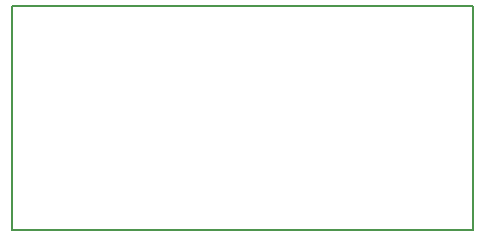
<source format=gbr>
%TF.GenerationSoftware,KiCad,Pcbnew,(6.0.4-0)*%
%TF.CreationDate,2022-08-01T10:55:25-06:00*%
%TF.ProjectId,lm334-source,6c6d3333-342d-4736-9f75-7263652e6b69,rev?*%
%TF.SameCoordinates,Original*%
%TF.FileFunction,Profile,NP*%
%FSLAX46Y46*%
G04 Gerber Fmt 4.6, Leading zero omitted, Abs format (unit mm)*
G04 Created by KiCad (PCBNEW (6.0.4-0)) date 2022-08-01 10:55:25*
%MOMM*%
%LPD*%
G01*
G04 APERTURE LIST*
%TA.AperFunction,Profile*%
%ADD10C,0.150000*%
%TD*%
G04 APERTURE END LIST*
D10*
X100000000Y-81000000D02*
X139000000Y-81000000D01*
X100000000Y-100000000D02*
X100000000Y-81000000D01*
X139000000Y-81000000D02*
X139000000Y-100000000D01*
X139000000Y-100000000D02*
X100000000Y-100000000D01*
M02*

</source>
